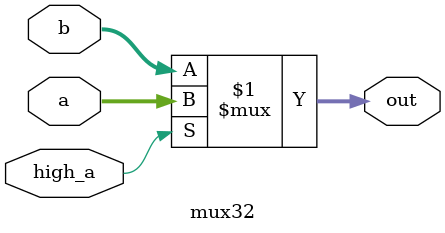
<source format=v>
`include "control.v"


module mux32 (input [31:0] a, b, input high_a, output [31:0] out);
    assign out = high_a ? a : b;
endmodule
</source>
